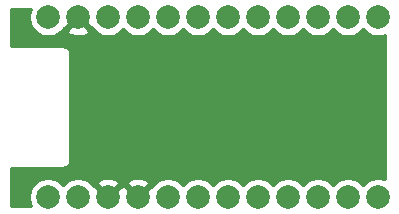
<source format=gbr>
%TF.GenerationSoftware,KiCad,Pcbnew,(5.1.9)-1*%
%TF.CreationDate,2021-01-29T17:06:41+01:00*%
%TF.ProjectId,ProMini_MouseJiggler,50726f4d-696e-4695-9f4d-6f7573654a69,rev?*%
%TF.SameCoordinates,Original*%
%TF.FileFunction,Copper,L2,Bot*%
%TF.FilePolarity,Positive*%
%FSLAX46Y46*%
G04 Gerber Fmt 4.6, Leading zero omitted, Abs format (unit mm)*
G04 Created by KiCad (PCBNEW (5.1.9)-1) date 2021-01-29 17:06:41*
%MOMM*%
%LPD*%
G01*
G04 APERTURE LIST*
%TA.AperFunction,ComponentPad*%
%ADD10C,2.000000*%
%TD*%
%TA.AperFunction,Conductor*%
%ADD11C,0.254000*%
%TD*%
%TA.AperFunction,Conductor*%
%ADD12C,0.100000*%
%TD*%
G04 APERTURE END LIST*
D10*
%TO.P,U1,24*%
%TO.N,Net-(U1-Pad24)*%
X120300000Y-87880000D03*
%TO.P,U1,23*%
%TO.N,GND*%
X122840000Y-87880000D03*
%TO.P,U1,22*%
%TO.N,Net-(U1-Pad22)*%
X125380000Y-87880000D03*
%TO.P,U1,21*%
%TO.N,+5V*%
X127920000Y-87880000D03*
%TO.P,U1,20*%
%TO.N,Net-(U1-Pad20)*%
X130460000Y-87880000D03*
%TO.P,U1,19*%
%TO.N,Net-(U1-Pad19)*%
X133000000Y-87880000D03*
%TO.P,U1,18*%
%TO.N,Net-(U1-Pad18)*%
X135540000Y-87880000D03*
%TO.P,U1,17*%
%TO.N,Net-(U1-Pad17)*%
X138080000Y-87880000D03*
%TO.P,U1,16*%
%TO.N,Net-(U1-Pad16)*%
X140620000Y-87880000D03*
%TO.P,U1,15*%
%TO.N,Net-(U1-Pad15)*%
X143160000Y-87880000D03*
%TO.P,U1,14*%
%TO.N,Net-(U1-Pad14)*%
X145700000Y-87880000D03*
%TO.P,U1,13*%
%TO.N,Net-(U1-Pad13)*%
X148240000Y-87880000D03*
%TO.P,U1,12*%
%TO.N,Net-(U1-Pad12)*%
X148240000Y-103120000D03*
%TO.P,U1,11*%
%TO.N,Net-(U1-Pad11)*%
X145700000Y-103120000D03*
%TO.P,U1,10*%
%TO.N,Net-(U1-Pad10)*%
X143160000Y-103120000D03*
%TO.P,U1,9*%
%TO.N,SW*%
X140620000Y-103120000D03*
%TO.P,U1,8*%
%TO.N,Net-(U1-Pad8)*%
X138080000Y-103120000D03*
%TO.P,U1,7*%
%TO.N,LED*%
X135540000Y-103120000D03*
%TO.P,U1,6*%
%TO.N,Net-(U1-Pad6)*%
X133000000Y-103120000D03*
%TO.P,U1,5*%
%TO.N,Net-(U1-Pad5)*%
X130460000Y-103120000D03*
%TO.P,U1,4*%
%TO.N,GND*%
X127920000Y-103120000D03*
%TO.P,U1,3*%
X125380000Y-103120000D03*
%TO.P,U1,2*%
%TO.N,Net-(U1-Pad2)*%
X122840000Y-103120000D03*
%TO.P,U1,1*%
%TO.N,Net-(U1-Pad1)*%
X120300000Y-103120000D03*
%TD*%
D11*
%TO.N,GND*%
X118727832Y-87403088D02*
X118665000Y-87718967D01*
X118665000Y-88041033D01*
X118727832Y-88356912D01*
X118851082Y-88654463D01*
X119030013Y-88922252D01*
X119257748Y-89149987D01*
X119525537Y-89328918D01*
X119823088Y-89452168D01*
X120138967Y-89515000D01*
X120461033Y-89515000D01*
X120776912Y-89452168D01*
X121074463Y-89328918D01*
X121342252Y-89149987D01*
X121476826Y-89015413D01*
X121884192Y-89015413D01*
X121979956Y-89279814D01*
X122269571Y-89420704D01*
X122581108Y-89502384D01*
X122902595Y-89521718D01*
X123221675Y-89477961D01*
X123526088Y-89372795D01*
X123700044Y-89279814D01*
X123795808Y-89015413D01*
X122840000Y-88059605D01*
X121884192Y-89015413D01*
X121476826Y-89015413D01*
X121569987Y-88922252D01*
X121642720Y-88813400D01*
X121704587Y-88835808D01*
X122660395Y-87880000D01*
X122646253Y-87865858D01*
X122825858Y-87686253D01*
X122840000Y-87700395D01*
X122854143Y-87686253D01*
X123033748Y-87865858D01*
X123019605Y-87880000D01*
X123975413Y-88835808D01*
X124037280Y-88813400D01*
X124110013Y-88922252D01*
X124337748Y-89149987D01*
X124605537Y-89328918D01*
X124903088Y-89452168D01*
X125218967Y-89515000D01*
X125541033Y-89515000D01*
X125856912Y-89452168D01*
X126154463Y-89328918D01*
X126422252Y-89149987D01*
X126649987Y-88922252D01*
X126650000Y-88922233D01*
X126650013Y-88922252D01*
X126877748Y-89149987D01*
X127145537Y-89328918D01*
X127443088Y-89452168D01*
X127758967Y-89515000D01*
X128081033Y-89515000D01*
X128396912Y-89452168D01*
X128694463Y-89328918D01*
X128962252Y-89149987D01*
X129189987Y-88922252D01*
X129190000Y-88922233D01*
X129190013Y-88922252D01*
X129417748Y-89149987D01*
X129685537Y-89328918D01*
X129983088Y-89452168D01*
X130298967Y-89515000D01*
X130621033Y-89515000D01*
X130936912Y-89452168D01*
X131234463Y-89328918D01*
X131502252Y-89149987D01*
X131729987Y-88922252D01*
X131730000Y-88922233D01*
X131730013Y-88922252D01*
X131957748Y-89149987D01*
X132225537Y-89328918D01*
X132523088Y-89452168D01*
X132838967Y-89515000D01*
X133161033Y-89515000D01*
X133476912Y-89452168D01*
X133774463Y-89328918D01*
X134042252Y-89149987D01*
X134269987Y-88922252D01*
X134270000Y-88922233D01*
X134270013Y-88922252D01*
X134497748Y-89149987D01*
X134765537Y-89328918D01*
X135063088Y-89452168D01*
X135378967Y-89515000D01*
X135701033Y-89515000D01*
X136016912Y-89452168D01*
X136314463Y-89328918D01*
X136582252Y-89149987D01*
X136809987Y-88922252D01*
X136810000Y-88922233D01*
X136810013Y-88922252D01*
X137037748Y-89149987D01*
X137305537Y-89328918D01*
X137603088Y-89452168D01*
X137918967Y-89515000D01*
X138241033Y-89515000D01*
X138556912Y-89452168D01*
X138854463Y-89328918D01*
X139122252Y-89149987D01*
X139349987Y-88922252D01*
X139350000Y-88922233D01*
X139350013Y-88922252D01*
X139577748Y-89149987D01*
X139845537Y-89328918D01*
X140143088Y-89452168D01*
X140458967Y-89515000D01*
X140781033Y-89515000D01*
X141096912Y-89452168D01*
X141394463Y-89328918D01*
X141662252Y-89149987D01*
X141889987Y-88922252D01*
X141890000Y-88922233D01*
X141890013Y-88922252D01*
X142117748Y-89149987D01*
X142385537Y-89328918D01*
X142683088Y-89452168D01*
X142998967Y-89515000D01*
X143321033Y-89515000D01*
X143636912Y-89452168D01*
X143934463Y-89328918D01*
X144202252Y-89149987D01*
X144429987Y-88922252D01*
X144430000Y-88922233D01*
X144430013Y-88922252D01*
X144657748Y-89149987D01*
X144925537Y-89328918D01*
X145223088Y-89452168D01*
X145538967Y-89515000D01*
X145861033Y-89515000D01*
X146176912Y-89452168D01*
X146474463Y-89328918D01*
X146742252Y-89149987D01*
X146969987Y-88922252D01*
X146970000Y-88922233D01*
X146970013Y-88922252D01*
X147197748Y-89149987D01*
X147465537Y-89328918D01*
X147763088Y-89452168D01*
X148078967Y-89515000D01*
X148401033Y-89515000D01*
X148716912Y-89452168D01*
X148840000Y-89401183D01*
X148840001Y-101598817D01*
X148716912Y-101547832D01*
X148401033Y-101485000D01*
X148078967Y-101485000D01*
X147763088Y-101547832D01*
X147465537Y-101671082D01*
X147197748Y-101850013D01*
X146970013Y-102077748D01*
X146970000Y-102077767D01*
X146969987Y-102077748D01*
X146742252Y-101850013D01*
X146474463Y-101671082D01*
X146176912Y-101547832D01*
X145861033Y-101485000D01*
X145538967Y-101485000D01*
X145223088Y-101547832D01*
X144925537Y-101671082D01*
X144657748Y-101850013D01*
X144430013Y-102077748D01*
X144430000Y-102077767D01*
X144429987Y-102077748D01*
X144202252Y-101850013D01*
X143934463Y-101671082D01*
X143636912Y-101547832D01*
X143321033Y-101485000D01*
X142998967Y-101485000D01*
X142683088Y-101547832D01*
X142385537Y-101671082D01*
X142117748Y-101850013D01*
X141890013Y-102077748D01*
X141890000Y-102077767D01*
X141889987Y-102077748D01*
X141662252Y-101850013D01*
X141394463Y-101671082D01*
X141096912Y-101547832D01*
X140781033Y-101485000D01*
X140458967Y-101485000D01*
X140143088Y-101547832D01*
X139845537Y-101671082D01*
X139577748Y-101850013D01*
X139350013Y-102077748D01*
X139350000Y-102077767D01*
X139349987Y-102077748D01*
X139122252Y-101850013D01*
X138854463Y-101671082D01*
X138556912Y-101547832D01*
X138241033Y-101485000D01*
X137918967Y-101485000D01*
X137603088Y-101547832D01*
X137305537Y-101671082D01*
X137037748Y-101850013D01*
X136810013Y-102077748D01*
X136810000Y-102077767D01*
X136809987Y-102077748D01*
X136582252Y-101850013D01*
X136314463Y-101671082D01*
X136016912Y-101547832D01*
X135701033Y-101485000D01*
X135378967Y-101485000D01*
X135063088Y-101547832D01*
X134765537Y-101671082D01*
X134497748Y-101850013D01*
X134270013Y-102077748D01*
X134270000Y-102077767D01*
X134269987Y-102077748D01*
X134042252Y-101850013D01*
X133774463Y-101671082D01*
X133476912Y-101547832D01*
X133161033Y-101485000D01*
X132838967Y-101485000D01*
X132523088Y-101547832D01*
X132225537Y-101671082D01*
X131957748Y-101850013D01*
X131730013Y-102077748D01*
X131730000Y-102077767D01*
X131729987Y-102077748D01*
X131502252Y-101850013D01*
X131234463Y-101671082D01*
X130936912Y-101547832D01*
X130621033Y-101485000D01*
X130298967Y-101485000D01*
X129983088Y-101547832D01*
X129685537Y-101671082D01*
X129417748Y-101850013D01*
X129190013Y-102077748D01*
X129117280Y-102186600D01*
X129055413Y-102164192D01*
X128099605Y-103120000D01*
X128113748Y-103134143D01*
X127934143Y-103313748D01*
X127920000Y-103299605D01*
X127905858Y-103313748D01*
X127726253Y-103134143D01*
X127740395Y-103120000D01*
X126784587Y-102164192D01*
X126650000Y-102212938D01*
X126515413Y-102164192D01*
X125559605Y-103120000D01*
X125573748Y-103134143D01*
X125394143Y-103313748D01*
X125380000Y-103299605D01*
X125365858Y-103313748D01*
X125186253Y-103134143D01*
X125200395Y-103120000D01*
X124244587Y-102164192D01*
X124182720Y-102186600D01*
X124109987Y-102077748D01*
X124016826Y-101984587D01*
X124424192Y-101984587D01*
X125380000Y-102940395D01*
X126335808Y-101984587D01*
X126964192Y-101984587D01*
X127920000Y-102940395D01*
X128875808Y-101984587D01*
X128780044Y-101720186D01*
X128490429Y-101579296D01*
X128178892Y-101497616D01*
X127857405Y-101478282D01*
X127538325Y-101522039D01*
X127233912Y-101627205D01*
X127059956Y-101720186D01*
X126964192Y-101984587D01*
X126335808Y-101984587D01*
X126240044Y-101720186D01*
X125950429Y-101579296D01*
X125638892Y-101497616D01*
X125317405Y-101478282D01*
X124998325Y-101522039D01*
X124693912Y-101627205D01*
X124519956Y-101720186D01*
X124424192Y-101984587D01*
X124016826Y-101984587D01*
X123882252Y-101850013D01*
X123614463Y-101671082D01*
X123316912Y-101547832D01*
X123001033Y-101485000D01*
X122678967Y-101485000D01*
X122363088Y-101547832D01*
X122065537Y-101671082D01*
X121797748Y-101850013D01*
X121570013Y-102077748D01*
X121570000Y-102077767D01*
X121569987Y-102077748D01*
X121342252Y-101850013D01*
X121074463Y-101671082D01*
X120776912Y-101547832D01*
X120461033Y-101485000D01*
X120138967Y-101485000D01*
X119823088Y-101547832D01*
X119525537Y-101671082D01*
X119257748Y-101850013D01*
X119030013Y-102077748D01*
X118851082Y-102345537D01*
X118727832Y-102643088D01*
X118665000Y-102958967D01*
X118665000Y-103281033D01*
X118727832Y-103596912D01*
X118828523Y-103840000D01*
X117160000Y-103840000D01*
X117160000Y-100660000D01*
X121467581Y-100660000D01*
X121500000Y-100663193D01*
X121532419Y-100660000D01*
X121629383Y-100650450D01*
X121753793Y-100612710D01*
X121868450Y-100551425D01*
X121968948Y-100468948D01*
X122051425Y-100368450D01*
X122112710Y-100253793D01*
X122150450Y-100129383D01*
X122163193Y-100000000D01*
X122160000Y-99967581D01*
X122160000Y-91032419D01*
X122163193Y-91000000D01*
X122150450Y-90870617D01*
X122112710Y-90746207D01*
X122051425Y-90631550D01*
X121968948Y-90531052D01*
X121868450Y-90448575D01*
X121753793Y-90387290D01*
X121629383Y-90349550D01*
X121532419Y-90340000D01*
X121500000Y-90336807D01*
X121467581Y-90340000D01*
X117160000Y-90340000D01*
X117160000Y-87160000D01*
X118828523Y-87160000D01*
X118727832Y-87403088D01*
%TA.AperFunction,Conductor*%
D12*
G36*
X118727832Y-87403088D02*
G01*
X118665000Y-87718967D01*
X118665000Y-88041033D01*
X118727832Y-88356912D01*
X118851082Y-88654463D01*
X119030013Y-88922252D01*
X119257748Y-89149987D01*
X119525537Y-89328918D01*
X119823088Y-89452168D01*
X120138967Y-89515000D01*
X120461033Y-89515000D01*
X120776912Y-89452168D01*
X121074463Y-89328918D01*
X121342252Y-89149987D01*
X121476826Y-89015413D01*
X121884192Y-89015413D01*
X121979956Y-89279814D01*
X122269571Y-89420704D01*
X122581108Y-89502384D01*
X122902595Y-89521718D01*
X123221675Y-89477961D01*
X123526088Y-89372795D01*
X123700044Y-89279814D01*
X123795808Y-89015413D01*
X122840000Y-88059605D01*
X121884192Y-89015413D01*
X121476826Y-89015413D01*
X121569987Y-88922252D01*
X121642720Y-88813400D01*
X121704587Y-88835808D01*
X122660395Y-87880000D01*
X122646253Y-87865858D01*
X122825858Y-87686253D01*
X122840000Y-87700395D01*
X122854143Y-87686253D01*
X123033748Y-87865858D01*
X123019605Y-87880000D01*
X123975413Y-88835808D01*
X124037280Y-88813400D01*
X124110013Y-88922252D01*
X124337748Y-89149987D01*
X124605537Y-89328918D01*
X124903088Y-89452168D01*
X125218967Y-89515000D01*
X125541033Y-89515000D01*
X125856912Y-89452168D01*
X126154463Y-89328918D01*
X126422252Y-89149987D01*
X126649987Y-88922252D01*
X126650000Y-88922233D01*
X126650013Y-88922252D01*
X126877748Y-89149987D01*
X127145537Y-89328918D01*
X127443088Y-89452168D01*
X127758967Y-89515000D01*
X128081033Y-89515000D01*
X128396912Y-89452168D01*
X128694463Y-89328918D01*
X128962252Y-89149987D01*
X129189987Y-88922252D01*
X129190000Y-88922233D01*
X129190013Y-88922252D01*
X129417748Y-89149987D01*
X129685537Y-89328918D01*
X129983088Y-89452168D01*
X130298967Y-89515000D01*
X130621033Y-89515000D01*
X130936912Y-89452168D01*
X131234463Y-89328918D01*
X131502252Y-89149987D01*
X131729987Y-88922252D01*
X131730000Y-88922233D01*
X131730013Y-88922252D01*
X131957748Y-89149987D01*
X132225537Y-89328918D01*
X132523088Y-89452168D01*
X132838967Y-89515000D01*
X133161033Y-89515000D01*
X133476912Y-89452168D01*
X133774463Y-89328918D01*
X134042252Y-89149987D01*
X134269987Y-88922252D01*
X134270000Y-88922233D01*
X134270013Y-88922252D01*
X134497748Y-89149987D01*
X134765537Y-89328918D01*
X135063088Y-89452168D01*
X135378967Y-89515000D01*
X135701033Y-89515000D01*
X136016912Y-89452168D01*
X136314463Y-89328918D01*
X136582252Y-89149987D01*
X136809987Y-88922252D01*
X136810000Y-88922233D01*
X136810013Y-88922252D01*
X137037748Y-89149987D01*
X137305537Y-89328918D01*
X137603088Y-89452168D01*
X137918967Y-89515000D01*
X138241033Y-89515000D01*
X138556912Y-89452168D01*
X138854463Y-89328918D01*
X139122252Y-89149987D01*
X139349987Y-88922252D01*
X139350000Y-88922233D01*
X139350013Y-88922252D01*
X139577748Y-89149987D01*
X139845537Y-89328918D01*
X140143088Y-89452168D01*
X140458967Y-89515000D01*
X140781033Y-89515000D01*
X141096912Y-89452168D01*
X141394463Y-89328918D01*
X141662252Y-89149987D01*
X141889987Y-88922252D01*
X141890000Y-88922233D01*
X141890013Y-88922252D01*
X142117748Y-89149987D01*
X142385537Y-89328918D01*
X142683088Y-89452168D01*
X142998967Y-89515000D01*
X143321033Y-89515000D01*
X143636912Y-89452168D01*
X143934463Y-89328918D01*
X144202252Y-89149987D01*
X144429987Y-88922252D01*
X144430000Y-88922233D01*
X144430013Y-88922252D01*
X144657748Y-89149987D01*
X144925537Y-89328918D01*
X145223088Y-89452168D01*
X145538967Y-89515000D01*
X145861033Y-89515000D01*
X146176912Y-89452168D01*
X146474463Y-89328918D01*
X146742252Y-89149987D01*
X146969987Y-88922252D01*
X146970000Y-88922233D01*
X146970013Y-88922252D01*
X147197748Y-89149987D01*
X147465537Y-89328918D01*
X147763088Y-89452168D01*
X148078967Y-89515000D01*
X148401033Y-89515000D01*
X148716912Y-89452168D01*
X148840000Y-89401183D01*
X148840001Y-101598817D01*
X148716912Y-101547832D01*
X148401033Y-101485000D01*
X148078967Y-101485000D01*
X147763088Y-101547832D01*
X147465537Y-101671082D01*
X147197748Y-101850013D01*
X146970013Y-102077748D01*
X146970000Y-102077767D01*
X146969987Y-102077748D01*
X146742252Y-101850013D01*
X146474463Y-101671082D01*
X146176912Y-101547832D01*
X145861033Y-101485000D01*
X145538967Y-101485000D01*
X145223088Y-101547832D01*
X144925537Y-101671082D01*
X144657748Y-101850013D01*
X144430013Y-102077748D01*
X144430000Y-102077767D01*
X144429987Y-102077748D01*
X144202252Y-101850013D01*
X143934463Y-101671082D01*
X143636912Y-101547832D01*
X143321033Y-101485000D01*
X142998967Y-101485000D01*
X142683088Y-101547832D01*
X142385537Y-101671082D01*
X142117748Y-101850013D01*
X141890013Y-102077748D01*
X141890000Y-102077767D01*
X141889987Y-102077748D01*
X141662252Y-101850013D01*
X141394463Y-101671082D01*
X141096912Y-101547832D01*
X140781033Y-101485000D01*
X140458967Y-101485000D01*
X140143088Y-101547832D01*
X139845537Y-101671082D01*
X139577748Y-101850013D01*
X139350013Y-102077748D01*
X139350000Y-102077767D01*
X139349987Y-102077748D01*
X139122252Y-101850013D01*
X138854463Y-101671082D01*
X138556912Y-101547832D01*
X138241033Y-101485000D01*
X137918967Y-101485000D01*
X137603088Y-101547832D01*
X137305537Y-101671082D01*
X137037748Y-101850013D01*
X136810013Y-102077748D01*
X136810000Y-102077767D01*
X136809987Y-102077748D01*
X136582252Y-101850013D01*
X136314463Y-101671082D01*
X136016912Y-101547832D01*
X135701033Y-101485000D01*
X135378967Y-101485000D01*
X135063088Y-101547832D01*
X134765537Y-101671082D01*
X134497748Y-101850013D01*
X134270013Y-102077748D01*
X134270000Y-102077767D01*
X134269987Y-102077748D01*
X134042252Y-101850013D01*
X133774463Y-101671082D01*
X133476912Y-101547832D01*
X133161033Y-101485000D01*
X132838967Y-101485000D01*
X132523088Y-101547832D01*
X132225537Y-101671082D01*
X131957748Y-101850013D01*
X131730013Y-102077748D01*
X131730000Y-102077767D01*
X131729987Y-102077748D01*
X131502252Y-101850013D01*
X131234463Y-101671082D01*
X130936912Y-101547832D01*
X130621033Y-101485000D01*
X130298967Y-101485000D01*
X129983088Y-101547832D01*
X129685537Y-101671082D01*
X129417748Y-101850013D01*
X129190013Y-102077748D01*
X129117280Y-102186600D01*
X129055413Y-102164192D01*
X128099605Y-103120000D01*
X128113748Y-103134143D01*
X127934143Y-103313748D01*
X127920000Y-103299605D01*
X127905858Y-103313748D01*
X127726253Y-103134143D01*
X127740395Y-103120000D01*
X126784587Y-102164192D01*
X126650000Y-102212938D01*
X126515413Y-102164192D01*
X125559605Y-103120000D01*
X125573748Y-103134143D01*
X125394143Y-103313748D01*
X125380000Y-103299605D01*
X125365858Y-103313748D01*
X125186253Y-103134143D01*
X125200395Y-103120000D01*
X124244587Y-102164192D01*
X124182720Y-102186600D01*
X124109987Y-102077748D01*
X124016826Y-101984587D01*
X124424192Y-101984587D01*
X125380000Y-102940395D01*
X126335808Y-101984587D01*
X126964192Y-101984587D01*
X127920000Y-102940395D01*
X128875808Y-101984587D01*
X128780044Y-101720186D01*
X128490429Y-101579296D01*
X128178892Y-101497616D01*
X127857405Y-101478282D01*
X127538325Y-101522039D01*
X127233912Y-101627205D01*
X127059956Y-101720186D01*
X126964192Y-101984587D01*
X126335808Y-101984587D01*
X126240044Y-101720186D01*
X125950429Y-101579296D01*
X125638892Y-101497616D01*
X125317405Y-101478282D01*
X124998325Y-101522039D01*
X124693912Y-101627205D01*
X124519956Y-101720186D01*
X124424192Y-101984587D01*
X124016826Y-101984587D01*
X123882252Y-101850013D01*
X123614463Y-101671082D01*
X123316912Y-101547832D01*
X123001033Y-101485000D01*
X122678967Y-101485000D01*
X122363088Y-101547832D01*
X122065537Y-101671082D01*
X121797748Y-101850013D01*
X121570013Y-102077748D01*
X121570000Y-102077767D01*
X121569987Y-102077748D01*
X121342252Y-101850013D01*
X121074463Y-101671082D01*
X120776912Y-101547832D01*
X120461033Y-101485000D01*
X120138967Y-101485000D01*
X119823088Y-101547832D01*
X119525537Y-101671082D01*
X119257748Y-101850013D01*
X119030013Y-102077748D01*
X118851082Y-102345537D01*
X118727832Y-102643088D01*
X118665000Y-102958967D01*
X118665000Y-103281033D01*
X118727832Y-103596912D01*
X118828523Y-103840000D01*
X117160000Y-103840000D01*
X117160000Y-100660000D01*
X121467581Y-100660000D01*
X121500000Y-100663193D01*
X121532419Y-100660000D01*
X121629383Y-100650450D01*
X121753793Y-100612710D01*
X121868450Y-100551425D01*
X121968948Y-100468948D01*
X122051425Y-100368450D01*
X122112710Y-100253793D01*
X122150450Y-100129383D01*
X122163193Y-100000000D01*
X122160000Y-99967581D01*
X122160000Y-91032419D01*
X122163193Y-91000000D01*
X122150450Y-90870617D01*
X122112710Y-90746207D01*
X122051425Y-90631550D01*
X121968948Y-90531052D01*
X121868450Y-90448575D01*
X121753793Y-90387290D01*
X121629383Y-90349550D01*
X121532419Y-90340000D01*
X121500000Y-90336807D01*
X121467581Y-90340000D01*
X117160000Y-90340000D01*
X117160000Y-87160000D01*
X118828523Y-87160000D01*
X118727832Y-87403088D01*
G37*
%TD.AperFunction*%
%TD*%
M02*

</source>
